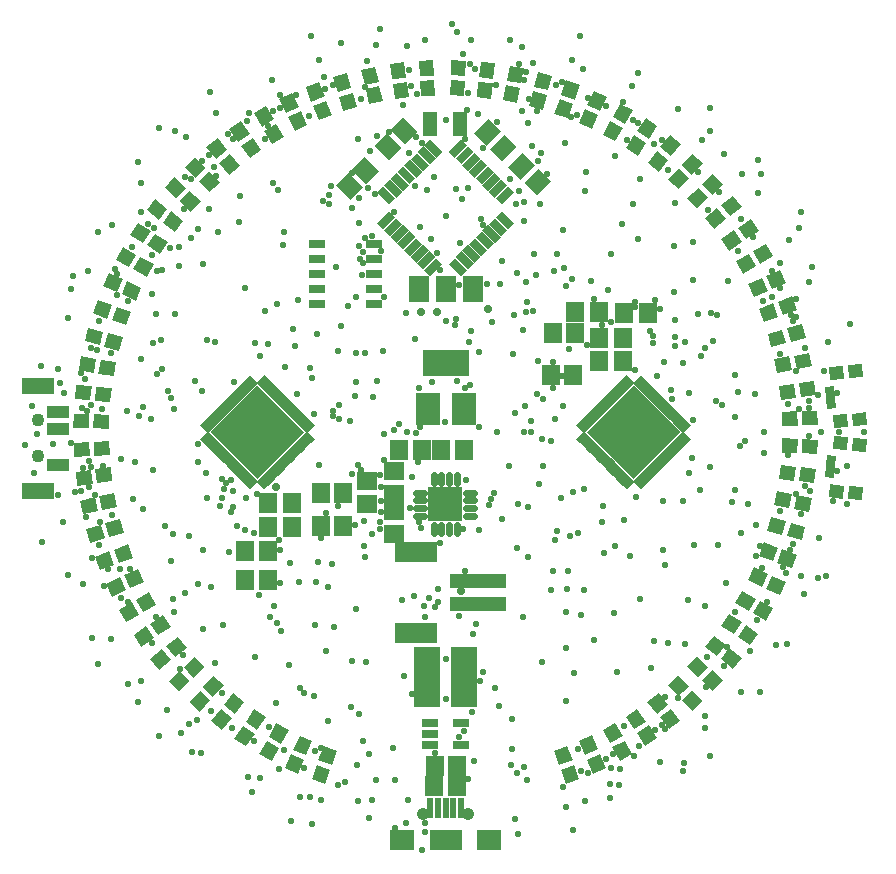
<source format=gbs>
G04 EAGLE Gerber RS-274X export*
G75*
%MOMM*%
%FSLAX34Y34*%
%LPD*%
%INBottom Solder Mask*%
%IPPOS*%
%AMOC8*
5,1,8,0,0,1.08239X$1,22.5*%
G01*
%ADD10R,5.603200X5.603200*%
%ADD11R,0.943200X0.423200*%
%ADD12R,1.303200X1.203200*%
%ADD13R,2.903200X2.903200*%
%ADD14C,0.553200*%
%ADD15C,0.803200*%
%ADD16R,2.203200X5.203200*%
%ADD17R,4.803200X1.203200*%
%ADD18R,3.603200X1.803200*%
%ADD19R,1.503200X1.703200*%
%ADD20R,1.703200X1.503200*%
%ADD21R,2.153200X2.703200*%
%ADD22R,1.403200X0.753200*%
%ADD23R,0.603200X1.653200*%
%ADD24C,1.053200*%
%ADD25R,2.000000X1.700000*%
%ADD26R,2.700000X1.700000*%
%ADD27R,1.701800X2.209800*%
%ADD28R,4.013200X2.209800*%
%ADD29R,1.473200X0.711200*%
%ADD30R,0.711200X1.473200*%
%ADD31R,1.203200X2.003200*%
%ADD32R,1.503200X1.803200*%
%ADD33C,1.103200*%
%ADD34R,1.903200X1.103200*%
%ADD35R,2.743200X1.473200*%
%ADD36R,1.203200X1.103200*%
%ADD37R,1.903200X0.753200*%
%ADD38C,0.555600*%
%ADD39C,0.728200*%


D10*
G36*
X-159280Y39620D02*
X-119660Y0D01*
X-159280Y-39620D01*
X-198900Y0D01*
X-159280Y39620D01*
G37*
D11*
G36*
X-130585Y25703D02*
X-137253Y19035D01*
X-140245Y22027D01*
X-133577Y28695D01*
X-130585Y25703D01*
G37*
G36*
X-127757Y22874D02*
X-134425Y16206D01*
X-137417Y19198D01*
X-130749Y25866D01*
X-127757Y22874D01*
G37*
G36*
X-124928Y20046D02*
X-131596Y13378D01*
X-134588Y16370D01*
X-127920Y23038D01*
X-124928Y20046D01*
G37*
G36*
X-122100Y17218D02*
X-128768Y10550D01*
X-131760Y13542D01*
X-125092Y20210D01*
X-122100Y17218D01*
G37*
G36*
X-119271Y14389D02*
X-125939Y7721D01*
X-128931Y10713D01*
X-122263Y17381D01*
X-119271Y14389D01*
G37*
G36*
X-116443Y11561D02*
X-123111Y4893D01*
X-126103Y7885D01*
X-119435Y14553D01*
X-116443Y11561D01*
G37*
G36*
X-113615Y8732D02*
X-120283Y2064D01*
X-123275Y5056D01*
X-116607Y11724D01*
X-113615Y8732D01*
G37*
G36*
X-110786Y5904D02*
X-117454Y-764D01*
X-120446Y2228D01*
X-113778Y8896D01*
X-110786Y5904D01*
G37*
G36*
X-133414Y28531D02*
X-140082Y21863D01*
X-143074Y24855D01*
X-136406Y31523D01*
X-133414Y28531D01*
G37*
G36*
X-136242Y31360D02*
X-142910Y24692D01*
X-145902Y27684D01*
X-139234Y34352D01*
X-136242Y31360D01*
G37*
G36*
X-139070Y34188D02*
X-145738Y27520D01*
X-148730Y30512D01*
X-142062Y37180D01*
X-139070Y34188D01*
G37*
G36*
X-141899Y37017D02*
X-148567Y30349D01*
X-151559Y33341D01*
X-144891Y40009D01*
X-141899Y37017D01*
G37*
G36*
X-144727Y39845D02*
X-151395Y33177D01*
X-154387Y36169D01*
X-147719Y42837D01*
X-144727Y39845D01*
G37*
G36*
X-147556Y42673D02*
X-154224Y36005D01*
X-157216Y38997D01*
X-150548Y45665D01*
X-147556Y42673D01*
G37*
G36*
X-150384Y45502D02*
X-157052Y38834D01*
X-160044Y41826D01*
X-153376Y48494D01*
X-150384Y45502D01*
G37*
G36*
X-178315Y-22027D02*
X-184983Y-28695D01*
X-187975Y-25703D01*
X-181307Y-19035D01*
X-178315Y-22027D01*
G37*
G36*
X-181143Y-19198D02*
X-187811Y-25866D01*
X-190803Y-22874D01*
X-184135Y-16206D01*
X-181143Y-19198D01*
G37*
G36*
X-183972Y-16370D02*
X-190640Y-23038D01*
X-193632Y-20046D01*
X-186964Y-13378D01*
X-183972Y-16370D01*
G37*
G36*
X-186800Y-13542D02*
X-193468Y-20210D01*
X-196460Y-17218D01*
X-189792Y-10550D01*
X-186800Y-13542D01*
G37*
G36*
X-189629Y-10713D02*
X-196297Y-17381D01*
X-199289Y-14389D01*
X-192621Y-7721D01*
X-189629Y-10713D01*
G37*
G36*
X-192457Y-7885D02*
X-199125Y-14553D01*
X-202117Y-11561D01*
X-195449Y-4893D01*
X-192457Y-7885D01*
G37*
G36*
X-195285Y-5056D02*
X-201953Y-11724D01*
X-204945Y-8732D01*
X-198277Y-2064D01*
X-195285Y-5056D01*
G37*
G36*
X-198114Y-2228D02*
X-204782Y-8896D01*
X-207774Y-5904D01*
X-201106Y764D01*
X-198114Y-2228D01*
G37*
G36*
X-175486Y-24855D02*
X-182154Y-31523D01*
X-185146Y-28531D01*
X-178478Y-21863D01*
X-175486Y-24855D01*
G37*
G36*
X-172658Y-27684D02*
X-179326Y-34352D01*
X-182318Y-31360D01*
X-175650Y-24692D01*
X-172658Y-27684D01*
G37*
G36*
X-169830Y-30512D02*
X-176498Y-37180D01*
X-179490Y-34188D01*
X-172822Y-27520D01*
X-169830Y-30512D01*
G37*
G36*
X-167001Y-33341D02*
X-173669Y-40009D01*
X-176661Y-37017D01*
X-169993Y-30349D01*
X-167001Y-33341D01*
G37*
G36*
X-164173Y-36169D02*
X-170841Y-42837D01*
X-173833Y-39845D01*
X-167165Y-33177D01*
X-164173Y-36169D01*
G37*
G36*
X-161344Y-38997D02*
X-168012Y-45665D01*
X-171004Y-42673D01*
X-164336Y-36005D01*
X-161344Y-38997D01*
G37*
G36*
X-158516Y-41826D02*
X-165184Y-48494D01*
X-168176Y-45502D01*
X-161508Y-38834D01*
X-158516Y-41826D01*
G37*
G36*
X-137253Y-19035D02*
X-130585Y-25703D01*
X-133577Y-28695D01*
X-140245Y-22027D01*
X-137253Y-19035D01*
G37*
G36*
X-140082Y-21863D02*
X-133414Y-28531D01*
X-136406Y-31523D01*
X-143074Y-24855D01*
X-140082Y-21863D01*
G37*
G36*
X-142910Y-24692D02*
X-136242Y-31360D01*
X-139234Y-34352D01*
X-145902Y-27684D01*
X-142910Y-24692D01*
G37*
G36*
X-145738Y-27520D02*
X-139070Y-34188D01*
X-142062Y-37180D01*
X-148730Y-30512D01*
X-145738Y-27520D01*
G37*
G36*
X-148567Y-30349D02*
X-141899Y-37017D01*
X-144891Y-40009D01*
X-151559Y-33341D01*
X-148567Y-30349D01*
G37*
G36*
X-151395Y-33177D02*
X-144727Y-39845D01*
X-147719Y-42837D01*
X-154387Y-36169D01*
X-151395Y-33177D01*
G37*
G36*
X-154224Y-36005D02*
X-147556Y-42673D01*
X-150548Y-45665D01*
X-157216Y-38997D01*
X-154224Y-36005D01*
G37*
G36*
X-157052Y-38834D02*
X-150384Y-45502D01*
X-153376Y-48494D01*
X-160044Y-41826D01*
X-157052Y-38834D01*
G37*
G36*
X-134425Y-16206D02*
X-127757Y-22874D01*
X-130749Y-25866D01*
X-137417Y-19198D01*
X-134425Y-16206D01*
G37*
G36*
X-131596Y-13378D02*
X-124928Y-20046D01*
X-127920Y-23038D01*
X-134588Y-16370D01*
X-131596Y-13378D01*
G37*
G36*
X-128768Y-10550D02*
X-122100Y-17218D01*
X-125092Y-20210D01*
X-131760Y-13542D01*
X-128768Y-10550D01*
G37*
G36*
X-125939Y-7721D02*
X-119271Y-14389D01*
X-122263Y-17381D01*
X-128931Y-10713D01*
X-125939Y-7721D01*
G37*
G36*
X-123111Y-4893D02*
X-116443Y-11561D01*
X-119435Y-14553D01*
X-126103Y-7885D01*
X-123111Y-4893D01*
G37*
G36*
X-120283Y-2064D02*
X-113615Y-8732D01*
X-116607Y-11724D01*
X-123275Y-5056D01*
X-120283Y-2064D01*
G37*
G36*
X-117454Y764D02*
X-110786Y-5904D01*
X-113778Y-8896D01*
X-120446Y-2228D01*
X-117454Y764D01*
G37*
G36*
X-184983Y28695D02*
X-178315Y22027D01*
X-181307Y19035D01*
X-187975Y25703D01*
X-184983Y28695D01*
G37*
G36*
X-182154Y31523D02*
X-175486Y24855D01*
X-178478Y21863D01*
X-185146Y28531D01*
X-182154Y31523D01*
G37*
G36*
X-179326Y34352D02*
X-172658Y27684D01*
X-175650Y24692D01*
X-182318Y31360D01*
X-179326Y34352D01*
G37*
G36*
X-176498Y37180D02*
X-169830Y30512D01*
X-172822Y27520D01*
X-179490Y34188D01*
X-176498Y37180D01*
G37*
G36*
X-173669Y40009D02*
X-167001Y33341D01*
X-169993Y30349D01*
X-176661Y37017D01*
X-173669Y40009D01*
G37*
G36*
X-170841Y42837D02*
X-164173Y36169D01*
X-167165Y33177D01*
X-173833Y39845D01*
X-170841Y42837D01*
G37*
G36*
X-168012Y45665D02*
X-161344Y38997D01*
X-164336Y36005D01*
X-171004Y42673D01*
X-168012Y45665D01*
G37*
G36*
X-165184Y48494D02*
X-158516Y41826D01*
X-161508Y38834D01*
X-168176Y45502D01*
X-165184Y48494D01*
G37*
G36*
X-187811Y25866D02*
X-181143Y19198D01*
X-184135Y16206D01*
X-190803Y22874D01*
X-187811Y25866D01*
G37*
G36*
X-190640Y23038D02*
X-183972Y16370D01*
X-186964Y13378D01*
X-193632Y20046D01*
X-190640Y23038D01*
G37*
G36*
X-193468Y20210D02*
X-186800Y13542D01*
X-189792Y10550D01*
X-196460Y17218D01*
X-193468Y20210D01*
G37*
G36*
X-196297Y17381D02*
X-189629Y10713D01*
X-192621Y7721D01*
X-199289Y14389D01*
X-196297Y17381D01*
G37*
G36*
X-199125Y14553D02*
X-192457Y7885D01*
X-195449Y4893D01*
X-202117Y11561D01*
X-199125Y14553D01*
G37*
G36*
X-201953Y11724D02*
X-195285Y5056D01*
X-198277Y2064D01*
X-204945Y8732D01*
X-201953Y11724D01*
G37*
G36*
X-204782Y8896D02*
X-198114Y2228D01*
X-201106Y-764D01*
X-207774Y5904D01*
X-204782Y8896D01*
G37*
D10*
G36*
X159280Y-39620D02*
X119660Y0D01*
X159280Y39620D01*
X198900Y0D01*
X159280Y-39620D01*
G37*
D11*
G36*
X130585Y-25703D02*
X137253Y-19035D01*
X140245Y-22027D01*
X133577Y-28695D01*
X130585Y-25703D01*
G37*
G36*
X127757Y-22874D02*
X134425Y-16206D01*
X137417Y-19198D01*
X130749Y-25866D01*
X127757Y-22874D01*
G37*
G36*
X124928Y-20046D02*
X131596Y-13378D01*
X134588Y-16370D01*
X127920Y-23038D01*
X124928Y-20046D01*
G37*
G36*
X122100Y-17218D02*
X128768Y-10550D01*
X131760Y-13542D01*
X125092Y-20210D01*
X122100Y-17218D01*
G37*
G36*
X119271Y-14389D02*
X125939Y-7721D01*
X128931Y-10713D01*
X122263Y-17381D01*
X119271Y-14389D01*
G37*
G36*
X116443Y-11561D02*
X123111Y-4893D01*
X126103Y-7885D01*
X119435Y-14553D01*
X116443Y-11561D01*
G37*
G36*
X113615Y-8732D02*
X120283Y-2064D01*
X123275Y-5056D01*
X116607Y-11724D01*
X113615Y-8732D01*
G37*
G36*
X110786Y-5904D02*
X117454Y764D01*
X120446Y-2228D01*
X113778Y-8896D01*
X110786Y-5904D01*
G37*
G36*
X133414Y-28531D02*
X140082Y-21863D01*
X143074Y-24855D01*
X136406Y-31523D01*
X133414Y-28531D01*
G37*
G36*
X136242Y-31360D02*
X142910Y-24692D01*
X145902Y-27684D01*
X139234Y-34352D01*
X136242Y-31360D01*
G37*
G36*
X139070Y-34188D02*
X145738Y-27520D01*
X148730Y-30512D01*
X142062Y-37180D01*
X139070Y-34188D01*
G37*
G36*
X141899Y-37017D02*
X148567Y-30349D01*
X151559Y-33341D01*
X144891Y-40009D01*
X141899Y-37017D01*
G37*
G36*
X144727Y-39845D02*
X151395Y-33177D01*
X154387Y-36169D01*
X147719Y-42837D01*
X144727Y-39845D01*
G37*
G36*
X147556Y-42673D02*
X154224Y-36005D01*
X157216Y-38997D01*
X150548Y-45665D01*
X147556Y-42673D01*
G37*
G36*
X150384Y-45502D02*
X157052Y-38834D01*
X160044Y-41826D01*
X153376Y-48494D01*
X150384Y-45502D01*
G37*
G36*
X178315Y22027D02*
X184983Y28695D01*
X187975Y25703D01*
X181307Y19035D01*
X178315Y22027D01*
G37*
G36*
X181143Y19198D02*
X187811Y25866D01*
X190803Y22874D01*
X184135Y16206D01*
X181143Y19198D01*
G37*
G36*
X183972Y16370D02*
X190640Y23038D01*
X193632Y20046D01*
X186964Y13378D01*
X183972Y16370D01*
G37*
G36*
X186800Y13542D02*
X193468Y20210D01*
X196460Y17218D01*
X189792Y10550D01*
X186800Y13542D01*
G37*
G36*
X189629Y10713D02*
X196297Y17381D01*
X199289Y14389D01*
X192621Y7721D01*
X189629Y10713D01*
G37*
G36*
X192457Y7885D02*
X199125Y14553D01*
X202117Y11561D01*
X195449Y4893D01*
X192457Y7885D01*
G37*
G36*
X195285Y5056D02*
X201953Y11724D01*
X204945Y8732D01*
X198277Y2064D01*
X195285Y5056D01*
G37*
G36*
X198114Y2228D02*
X204782Y8896D01*
X207774Y5904D01*
X201106Y-764D01*
X198114Y2228D01*
G37*
G36*
X175486Y24855D02*
X182154Y31523D01*
X185146Y28531D01*
X178478Y21863D01*
X175486Y24855D01*
G37*
G36*
X172658Y27684D02*
X179326Y34352D01*
X182318Y31360D01*
X175650Y24692D01*
X172658Y27684D01*
G37*
G36*
X169830Y30512D02*
X176498Y37180D01*
X179490Y34188D01*
X172822Y27520D01*
X169830Y30512D01*
G37*
G36*
X167001Y33341D02*
X173669Y40009D01*
X176661Y37017D01*
X169993Y30349D01*
X167001Y33341D01*
G37*
G36*
X164173Y36169D02*
X170841Y42837D01*
X173833Y39845D01*
X167165Y33177D01*
X164173Y36169D01*
G37*
G36*
X161344Y38997D02*
X168012Y45665D01*
X171004Y42673D01*
X164336Y36005D01*
X161344Y38997D01*
G37*
G36*
X158516Y41826D02*
X165184Y48494D01*
X168176Y45502D01*
X161508Y38834D01*
X158516Y41826D01*
G37*
G36*
X137253Y19035D02*
X130585Y25703D01*
X133577Y28695D01*
X140245Y22027D01*
X137253Y19035D01*
G37*
G36*
X140082Y21863D02*
X133414Y28531D01*
X136406Y31523D01*
X143074Y24855D01*
X140082Y21863D01*
G37*
G36*
X142910Y24692D02*
X136242Y31360D01*
X139234Y34352D01*
X145902Y27684D01*
X142910Y24692D01*
G37*
G36*
X145738Y27520D02*
X139070Y34188D01*
X142062Y37180D01*
X148730Y30512D01*
X145738Y27520D01*
G37*
G36*
X148567Y30349D02*
X141899Y37017D01*
X144891Y40009D01*
X151559Y33341D01*
X148567Y30349D01*
G37*
G36*
X151395Y33177D02*
X144727Y39845D01*
X147719Y42837D01*
X154387Y36169D01*
X151395Y33177D01*
G37*
G36*
X154224Y36005D02*
X147556Y42673D01*
X150548Y45665D01*
X157216Y38997D01*
X154224Y36005D01*
G37*
G36*
X157052Y38834D02*
X150384Y45502D01*
X153376Y48494D01*
X160044Y41826D01*
X157052Y38834D01*
G37*
G36*
X134425Y16206D02*
X127757Y22874D01*
X130749Y25866D01*
X137417Y19198D01*
X134425Y16206D01*
G37*
G36*
X131596Y13378D02*
X124928Y20046D01*
X127920Y23038D01*
X134588Y16370D01*
X131596Y13378D01*
G37*
G36*
X128768Y10550D02*
X122100Y17218D01*
X125092Y20210D01*
X131760Y13542D01*
X128768Y10550D01*
G37*
G36*
X125939Y7721D02*
X119271Y14389D01*
X122263Y17381D01*
X128931Y10713D01*
X125939Y7721D01*
G37*
G36*
X123111Y4893D02*
X116443Y11561D01*
X119435Y14553D01*
X126103Y7885D01*
X123111Y4893D01*
G37*
G36*
X120283Y2064D02*
X113615Y8732D01*
X116607Y11724D01*
X123275Y5056D01*
X120283Y2064D01*
G37*
G36*
X117454Y-764D02*
X110786Y5904D01*
X113778Y8896D01*
X120446Y2228D01*
X117454Y-764D01*
G37*
G36*
X184983Y-28695D02*
X178315Y-22027D01*
X181307Y-19035D01*
X187975Y-25703D01*
X184983Y-28695D01*
G37*
G36*
X182154Y-31523D02*
X175486Y-24855D01*
X178478Y-21863D01*
X185146Y-28531D01*
X182154Y-31523D01*
G37*
G36*
X179326Y-34352D02*
X172658Y-27684D01*
X175650Y-24692D01*
X182318Y-31360D01*
X179326Y-34352D01*
G37*
G36*
X176498Y-37180D02*
X169830Y-30512D01*
X172822Y-27520D01*
X179490Y-34188D01*
X176498Y-37180D01*
G37*
G36*
X173669Y-40009D02*
X167001Y-33341D01*
X169993Y-30349D01*
X176661Y-37017D01*
X173669Y-40009D01*
G37*
G36*
X170841Y-42837D02*
X164173Y-36169D01*
X167165Y-33177D01*
X173833Y-39845D01*
X170841Y-42837D01*
G37*
G36*
X168012Y-45665D02*
X161344Y-38997D01*
X164336Y-36005D01*
X171004Y-42673D01*
X168012Y-45665D01*
G37*
G36*
X165184Y-48494D02*
X158516Y-41826D01*
X161508Y-38834D01*
X168176Y-45502D01*
X165184Y-48494D01*
G37*
G36*
X187811Y-25866D02*
X181143Y-19198D01*
X184135Y-16206D01*
X190803Y-22874D01*
X187811Y-25866D01*
G37*
G36*
X190640Y-23038D02*
X183972Y-16370D01*
X186964Y-13378D01*
X193632Y-20046D01*
X190640Y-23038D01*
G37*
G36*
X193468Y-20210D02*
X186800Y-13542D01*
X189792Y-10550D01*
X196460Y-17218D01*
X193468Y-20210D01*
G37*
G36*
X196297Y-17381D02*
X189629Y-10713D01*
X192621Y-7721D01*
X199289Y-14389D01*
X196297Y-17381D01*
G37*
G36*
X199125Y-14553D02*
X192457Y-7885D01*
X195449Y-4893D01*
X202117Y-11561D01*
X199125Y-14553D01*
G37*
G36*
X201953Y-11724D02*
X195285Y-5056D01*
X198277Y-2064D01*
X204945Y-8732D01*
X201953Y-11724D01*
G37*
G36*
X204782Y-8896D02*
X198114Y-2228D01*
X201106Y764D01*
X207774Y-5904D01*
X204782Y-8896D01*
G37*
D12*
G36*
X-9590Y297922D02*
X-8908Y284909D01*
X-20922Y284280D01*
X-21604Y297293D01*
X-9590Y297922D01*
G37*
G36*
X-10480Y314898D02*
X-9798Y301885D01*
X-21812Y301256D01*
X-22494Y314269D01*
X-10480Y314898D01*
G37*
G36*
X-32860Y296261D02*
X-31159Y283341D01*
X-43088Y281771D01*
X-44789Y294691D01*
X-32860Y296261D01*
G37*
G36*
X-35079Y313116D02*
X-33378Y300196D01*
X-45307Y298626D01*
X-47008Y311546D01*
X-35079Y313116D01*
G37*
G36*
X-55931Y292785D02*
X-53221Y280039D01*
X-64989Y277537D01*
X-67699Y290283D01*
X-55931Y292785D01*
G37*
G36*
X-59465Y309414D02*
X-56755Y296668D01*
X-68523Y294166D01*
X-71233Y306912D01*
X-59465Y309414D01*
G37*
G36*
X-78659Y287504D02*
X-74980Y275003D01*
X-86521Y271606D01*
X-90200Y284107D01*
X-78659Y287504D01*
G37*
G36*
X-83458Y303813D02*
X-79779Y291312D01*
X-91320Y287915D01*
X-94999Y300416D01*
X-83458Y303813D01*
G37*
G36*
X-100904Y280473D02*
X-96255Y268299D01*
X-107494Y264007D01*
X-112143Y276181D01*
X-100904Y280473D01*
G37*
G36*
X-106968Y296355D02*
X-102319Y284181D01*
X-113558Y279889D01*
X-118207Y292063D01*
X-106968Y296355D01*
G37*
G36*
X-122531Y271724D02*
X-116941Y259953D01*
X-127809Y254792D01*
X-133399Y266563D01*
X-122531Y271724D01*
G37*
G36*
X-129823Y287081D02*
X-124233Y275310D01*
X-135101Y270149D01*
X-140691Y281920D01*
X-129823Y287081D01*
G37*
G36*
X-143407Y261310D02*
X-136911Y250014D01*
X-147341Y244016D01*
X-153837Y255312D01*
X-143407Y261310D01*
G37*
G36*
X-151881Y276047D02*
X-145385Y264751D01*
X-155815Y258753D01*
X-162311Y270049D01*
X-151881Y276047D01*
G37*
G36*
X-163406Y249296D02*
X-156043Y238544D01*
X-165970Y231746D01*
X-173333Y242498D01*
X-163406Y249296D01*
G37*
G36*
X-173010Y263323D02*
X-165647Y252571D01*
X-175574Y245773D01*
X-182937Y256525D01*
X-173010Y263323D01*
G37*
G36*
X-182400Y235743D02*
X-174234Y225588D01*
X-183610Y218049D01*
X-191776Y228204D01*
X-182400Y235743D01*
G37*
G36*
X-193052Y248991D02*
X-184886Y238836D01*
X-194262Y231297D01*
X-202428Y241452D01*
X-193052Y248991D01*
G37*
G36*
X-200278Y220757D02*
X-191341Y211273D01*
X-200098Y203021D01*
X-209035Y212505D01*
X-200278Y220757D01*
G37*
G36*
X-211937Y233129D02*
X-203000Y223645D01*
X-211757Y215393D01*
X-220694Y224877D01*
X-211937Y233129D01*
G37*
G36*
X-216936Y204428D02*
X-207267Y195691D01*
X-215334Y186764D01*
X-225003Y195501D01*
X-216936Y204428D01*
G37*
G36*
X-229550Y215825D02*
X-219881Y207088D01*
X-227948Y198161D01*
X-237617Y206898D01*
X-229550Y215825D01*
G37*
G36*
X-232261Y186836D02*
X-221937Y178884D01*
X-229279Y169352D01*
X-239603Y177304D01*
X-232261Y186836D01*
G37*
G36*
X-245730Y197209D02*
X-235406Y189257D01*
X-242748Y179725D01*
X-253072Y187677D01*
X-245730Y197209D01*
G37*
G36*
X-246164Y168100D02*
X-235248Y160983D01*
X-241818Y150904D01*
X-252734Y158021D01*
X-246164Y168100D01*
G37*
G36*
X-260405Y177384D02*
X-249489Y170267D01*
X-256059Y160188D01*
X-266975Y167305D01*
X-260405Y177384D01*
G37*
G36*
X-258550Y148326D02*
X-247120Y142067D01*
X-252898Y131514D01*
X-264328Y137773D01*
X-258550Y148326D01*
G37*
G36*
X-273462Y156489D02*
X-262032Y150230D01*
X-267810Y139677D01*
X-279240Y145936D01*
X-273462Y156489D01*
G37*
G36*
X-269360Y127651D02*
X-257474Y122309D01*
X-262406Y111335D01*
X-274292Y116677D01*
X-269360Y127651D01*
G37*
G36*
X-284866Y134619D02*
X-272980Y129277D01*
X-277912Y118303D01*
X-289798Y123645D01*
X-284866Y134619D01*
G37*
G36*
X-278519Y106194D02*
X-266251Y101801D01*
X-270307Y90474D01*
X-282575Y94867D01*
X-278519Y106194D01*
G37*
G36*
X-294524Y111924D02*
X-282256Y107531D01*
X-286312Y96204D01*
X-298580Y100597D01*
X-294524Y111924D01*
G37*
G36*
X-285973Y84085D02*
X-273398Y80669D01*
X-276553Y69059D01*
X-289128Y72475D01*
X-285973Y84085D01*
G37*
G36*
X-302378Y88543D02*
X-289803Y85127D01*
X-292958Y73517D01*
X-305533Y76933D01*
X-302378Y88543D01*
G37*
G36*
X-291675Y61463D02*
X-278871Y59043D01*
X-281105Y47221D01*
X-293909Y49641D01*
X-291675Y61463D01*
G37*
G36*
X-308379Y64620D02*
X-295575Y62200D01*
X-297809Y50378D01*
X-310613Y52798D01*
X-308379Y64620D01*
G37*
G36*
X-295591Y38463D02*
X-282636Y37056D01*
X-283935Y25095D01*
X-296890Y26502D01*
X-295591Y38463D01*
G37*
G36*
X-312491Y40299D02*
X-299536Y38892D01*
X-300835Y26931D01*
X-313790Y28338D01*
X-312491Y40299D01*
G37*
G36*
X-297684Y15224D02*
X-284660Y14815D01*
X-285038Y2790D01*
X-298062Y3199D01*
X-297684Y15224D01*
G37*
G36*
X-314675Y15758D02*
X-301651Y15349D01*
X-302029Y3324D01*
X-315053Y3733D01*
X-314675Y15758D01*
G37*
G36*
X-297965Y-8104D02*
X-284948Y-7490D01*
X-284381Y-19508D01*
X-297398Y-20122D01*
X-297965Y-8104D01*
G37*
G36*
X-314946Y-8905D02*
X-301929Y-8291D01*
X-301362Y-20309D01*
X-314379Y-20923D01*
X-314946Y-8905D01*
G37*
G36*
X-296419Y-31384D02*
X-283491Y-29750D01*
X-281983Y-41686D01*
X-294911Y-43320D01*
X-296419Y-31384D01*
G37*
G36*
X-313285Y-33514D02*
X-300357Y-31880D01*
X-298849Y-43816D01*
X-311777Y-45450D01*
X-313285Y-33514D01*
G37*
G36*
X-293059Y-54470D02*
X-280299Y-51827D01*
X-277859Y-63608D01*
X-290619Y-66251D01*
X-293059Y-54470D01*
G37*
G36*
X-309705Y-57918D02*
X-296945Y-55275D01*
X-294505Y-67056D01*
X-307265Y-69699D01*
X-309705Y-57918D01*
G37*
G36*
X-287902Y-77223D02*
X-275389Y-73587D01*
X-272032Y-85141D01*
X-284545Y-88777D01*
X-287902Y-77223D01*
G37*
G36*
X-304227Y-81966D02*
X-291714Y-78330D01*
X-288357Y-89884D01*
X-300870Y-93520D01*
X-304227Y-81966D01*
G37*
G36*
X-280982Y-99504D02*
X-268793Y-94898D01*
X-264540Y-106152D01*
X-276729Y-110758D01*
X-280982Y-99504D01*
G37*
G36*
X-296885Y-105513D02*
X-284696Y-100907D01*
X-280443Y-112161D01*
X-292632Y-116767D01*
X-296885Y-105513D01*
G37*
G36*
X-272330Y-121174D02*
X-260530Y-115646D01*
X-255426Y-126540D01*
X-267226Y-132068D01*
X-272330Y-121174D01*
G37*
G36*
X-287725Y-128386D02*
X-275925Y-122858D01*
X-270821Y-133752D01*
X-282621Y-139280D01*
X-287725Y-128386D01*
G37*
G36*
X-262021Y-142102D02*
X-250690Y-135665D01*
X-244747Y-146126D01*
X-256078Y-152563D01*
X-262021Y-142102D01*
G37*
G36*
X-276802Y-150499D02*
X-265471Y-144062D01*
X-259528Y-154523D01*
X-270859Y-160960D01*
X-276802Y-150499D01*
G37*
G36*
X-250106Y-162160D02*
X-239316Y-154854D01*
X-232570Y-164816D01*
X-243360Y-172122D01*
X-250106Y-162160D01*
G37*
G36*
X-264183Y-171691D02*
X-253393Y-164385D01*
X-246647Y-174347D01*
X-257437Y-181653D01*
X-264183Y-171691D01*
G37*
G36*
X-236658Y-181225D02*
X-226474Y-173095D01*
X-218968Y-182497D01*
X-229152Y-190627D01*
X-236658Y-181225D01*
G37*
G36*
X-249944Y-191831D02*
X-239760Y-183701D01*
X-232254Y-193103D01*
X-242438Y-201233D01*
X-249944Y-191831D01*
G37*
G36*
X-221761Y-199179D02*
X-212246Y-190276D01*
X-204025Y-199061D01*
X-213540Y-207964D01*
X-221761Y-199179D01*
G37*
G36*
X-234174Y-210794D02*
X-224659Y-201891D01*
X-216438Y-210676D01*
X-225953Y-219579D01*
X-234174Y-210794D01*
G37*
G36*
X-205496Y-215908D02*
X-196692Y-206301D01*
X-187822Y-214430D01*
X-196626Y-224037D01*
X-205496Y-215908D01*
G37*
G36*
X-216981Y-228442D02*
X-208177Y-218835D01*
X-199307Y-226964D01*
X-208111Y-236571D01*
X-216981Y-228442D01*
G37*
G36*
X-187981Y-231319D02*
X-179958Y-221051D01*
X-170477Y-228459D01*
X-178500Y-238727D01*
X-187981Y-231319D01*
G37*
G36*
X-198448Y-244715D02*
X-190425Y-234447D01*
X-180944Y-241855D01*
X-188967Y-252123D01*
X-198448Y-244715D01*
G37*
G36*
X-169316Y-245315D02*
X-162123Y-234448D01*
X-152090Y-241089D01*
X-159283Y-251956D01*
X-169316Y-245315D01*
G37*
G36*
X-178698Y-259491D02*
X-171505Y-248624D01*
X-161472Y-255265D01*
X-168665Y-266132D01*
X-178698Y-259491D01*
G37*
G36*
X-149611Y-257806D02*
X-143293Y-246409D01*
X-132771Y-252242D01*
X-139089Y-263639D01*
X-149611Y-257806D01*
G37*
G36*
X-157853Y-272675D02*
X-151535Y-261278D01*
X-141013Y-267111D01*
X-147331Y-278508D01*
X-157853Y-272675D01*
G37*
G36*
X-128991Y-268719D02*
X-123587Y-256861D01*
X-112639Y-261851D01*
X-118043Y-273709D01*
X-128991Y-268719D01*
G37*
G36*
X-136041Y-284188D02*
X-130637Y-272330D01*
X-119689Y-277320D01*
X-125093Y-289178D01*
X-136041Y-284188D01*
G37*
G36*
X-107580Y-277985D02*
X-103123Y-265740D01*
X-91818Y-269855D01*
X-96275Y-282100D01*
X-107580Y-277985D01*
G37*
G36*
X-113394Y-293960D02*
X-108937Y-281715D01*
X-97632Y-285830D01*
X-102089Y-298075D01*
X-113394Y-293960D01*
G37*
G36*
X96275Y-282100D02*
X91818Y-269855D01*
X103123Y-265740D01*
X107580Y-277985D01*
X96275Y-282100D01*
G37*
G36*
X102089Y-298075D02*
X97632Y-285830D01*
X108937Y-281715D01*
X113394Y-293960D01*
X102089Y-298075D01*
G37*
G36*
X118179Y-273647D02*
X112775Y-261789D01*
X123723Y-256799D01*
X129127Y-268657D01*
X118179Y-273647D01*
G37*
G36*
X125229Y-289116D02*
X119825Y-277258D01*
X130773Y-272268D01*
X136177Y-284126D01*
X125229Y-289116D01*
G37*
G36*
X139351Y-263494D02*
X133033Y-252097D01*
X143555Y-246264D01*
X149873Y-257661D01*
X139351Y-263494D01*
G37*
G36*
X147593Y-278363D02*
X141275Y-266966D01*
X151797Y-261133D01*
X158115Y-272530D01*
X147593Y-278363D01*
G37*
G36*
X159660Y-251718D02*
X152448Y-240864D01*
X162468Y-234206D01*
X169680Y-245060D01*
X159660Y-251718D01*
G37*
G36*
X169068Y-265878D02*
X161856Y-255024D01*
X171876Y-248366D01*
X179088Y-259220D01*
X169068Y-265878D01*
G37*
G36*
X178976Y-238369D02*
X170935Y-228115D01*
X180402Y-220691D01*
X188443Y-230945D01*
X178976Y-238369D01*
G37*
G36*
X189466Y-251747D02*
X181425Y-241493D01*
X190892Y-234069D01*
X198933Y-244323D01*
X189466Y-251747D01*
G37*
G36*
X197177Y-223531D02*
X188373Y-213924D01*
X197243Y-205795D01*
X206047Y-215402D01*
X197177Y-223531D01*
G37*
G36*
X208662Y-236065D02*
X199858Y-226458D01*
X208728Y-218329D01*
X217532Y-227936D01*
X208662Y-236065D01*
G37*
G36*
X214163Y-207327D02*
X204617Y-198457D01*
X212807Y-189643D01*
X222353Y-198513D01*
X214163Y-207327D01*
G37*
G36*
X226617Y-218899D02*
X217071Y-210029D01*
X225261Y-201215D01*
X234807Y-210085D01*
X226617Y-218899D01*
G37*
G36*
X229816Y-189827D02*
X219604Y-181732D01*
X227078Y-172303D01*
X237290Y-180398D01*
X229816Y-189827D01*
G37*
G36*
X243138Y-200386D02*
X232926Y-192291D01*
X240400Y-182862D01*
X250612Y-190957D01*
X243138Y-200386D01*
G37*
G36*
X244042Y-171148D02*
X233227Y-163880D01*
X239938Y-153894D01*
X250753Y-161162D01*
X244042Y-171148D01*
G37*
G36*
X258153Y-180629D02*
X247338Y-173361D01*
X254049Y-163375D01*
X264864Y-170643D01*
X258153Y-180629D01*
G37*
G36*
X256755Y-151407D02*
X245402Y-145010D01*
X251309Y-134529D01*
X262662Y-140926D01*
X256755Y-151407D01*
G37*
G36*
X271566Y-159752D02*
X260213Y-153355D01*
X266120Y-142874D01*
X277473Y-149271D01*
X271566Y-159752D01*
G37*
G36*
X267875Y-130728D02*
X256055Y-125241D01*
X261121Y-114328D01*
X272941Y-119815D01*
X267875Y-130728D01*
G37*
G36*
X283294Y-137886D02*
X271474Y-132399D01*
X276540Y-121486D01*
X288360Y-126973D01*
X283294Y-137886D01*
G37*
G36*
X277341Y-109244D02*
X265119Y-104723D01*
X269293Y-93440D01*
X281515Y-97961D01*
X277341Y-109244D01*
G37*
G36*
X293285Y-115142D02*
X281063Y-110621D01*
X285237Y-99338D01*
X297459Y-103859D01*
X293285Y-115142D01*
G37*
G36*
X285077Y-87076D02*
X272539Y-83528D01*
X275815Y-71952D01*
X288353Y-75500D01*
X285077Y-87076D01*
G37*
G36*
X301435Y-91704D02*
X288897Y-88156D01*
X292173Y-76580D01*
X304711Y-80128D01*
X301435Y-91704D01*
G37*
G36*
X291045Y-64368D02*
X278267Y-61814D01*
X280625Y-50016D01*
X293403Y-52570D01*
X291045Y-64368D01*
G37*
G36*
X307715Y-67699D02*
X294937Y-65145D01*
X297295Y-53347D01*
X310073Y-55901D01*
X307715Y-67699D01*
G37*
G36*
X295206Y-41260D02*
X282267Y-39717D01*
X283692Y-27770D01*
X296631Y-29313D01*
X295206Y-41260D01*
G37*
G36*
X312087Y-43273D02*
X299148Y-41730D01*
X300573Y-29783D01*
X313512Y-31326D01*
X312087Y-43273D01*
G37*
G36*
X297537Y-17896D02*
X284516Y-17373D01*
X284999Y-5352D01*
X298020Y-5875D01*
X297537Y-17896D01*
G37*
G36*
X314523Y-18578D02*
X301502Y-18055D01*
X301985Y-6034D01*
X315006Y-6557D01*
X314523Y-18578D01*
G37*
G36*
X298021Y5579D02*
X284999Y5079D01*
X284537Y17101D01*
X297559Y17601D01*
X298021Y5579D01*
G37*
G36*
X315009Y6231D02*
X301987Y5731D01*
X301525Y17753D01*
X314547Y18253D01*
X315009Y6231D01*
G37*
G36*
X296667Y29016D02*
X283728Y27473D01*
X282303Y39420D01*
X295242Y40963D01*
X296667Y29016D01*
G37*
G36*
X313547Y31028D02*
X300608Y29485D01*
X299183Y41432D01*
X312122Y42975D01*
X313547Y31028D01*
G37*
G36*
X293450Y52278D02*
X280667Y49746D01*
X278330Y61548D01*
X291113Y64080D01*
X293450Y52278D01*
G37*
G36*
X310126Y55580D02*
X297343Y53048D01*
X295006Y64850D01*
X307789Y67382D01*
X310126Y55580D01*
G37*
G36*
X288423Y75212D02*
X275879Y71686D01*
X272623Y83268D01*
X285167Y86794D01*
X288423Y75212D01*
G37*
G36*
X304789Y79812D02*
X292245Y76286D01*
X288989Y87868D01*
X301533Y91394D01*
X304789Y79812D01*
G37*
G36*
X281619Y97681D02*
X269397Y93160D01*
X265223Y104443D01*
X277445Y108964D01*
X281619Y97681D01*
G37*
G36*
X297563Y103578D02*
X285341Y99057D01*
X281167Y110340D01*
X293389Y114861D01*
X297563Y103578D01*
G37*
G36*
X273055Y119542D02*
X261226Y114076D01*
X256179Y124998D01*
X268008Y130464D01*
X273055Y119542D01*
G37*
G36*
X288487Y126673D02*
X276658Y121207D01*
X271611Y132129D01*
X283440Y137595D01*
X288487Y126673D01*
G37*
G36*
X262809Y140665D02*
X251456Y134268D01*
X245549Y144749D01*
X256902Y151146D01*
X262809Y140665D01*
G37*
G36*
X277620Y149011D02*
X266267Y142614D01*
X260360Y153095D01*
X271713Y159492D01*
X277620Y149011D01*
G37*
G36*
X250910Y160910D02*
X240081Y153660D01*
X233388Y163658D01*
X244217Y170908D01*
X250910Y160910D01*
G37*
G36*
X265036Y170367D02*
X254207Y163117D01*
X247514Y173115D01*
X258343Y180365D01*
X265036Y170367D01*
G37*
G36*
X237465Y180160D02*
X227238Y172083D01*
X219781Y181524D01*
X230008Y189601D01*
X237465Y180160D01*
G37*
G36*
X250806Y190696D02*
X240579Y182619D01*
X233122Y192060D01*
X243349Y200137D01*
X250806Y190696D01*
G37*
G36*
X222557Y198294D02*
X213011Y189424D01*
X204821Y198238D01*
X214367Y207108D01*
X222557Y198294D01*
G37*
G36*
X235010Y209866D02*
X225464Y200996D01*
X217274Y209810D01*
X226820Y218680D01*
X235010Y209866D01*
G37*
G36*
X206257Y215195D02*
X197436Y205603D01*
X188581Y213747D01*
X197402Y223339D01*
X206257Y215195D01*
G37*
G36*
X217764Y227709D02*
X208943Y218117D01*
X200088Y226261D01*
X208909Y235853D01*
X217764Y227709D01*
G37*
G36*
X188679Y230760D02*
X180638Y220506D01*
X171171Y227930D01*
X179212Y238184D01*
X188679Y230760D01*
G37*
G36*
X199168Y244138D02*
X191127Y233884D01*
X181660Y241308D01*
X189701Y251562D01*
X199168Y244138D01*
G37*
G36*
X169930Y244895D02*
X162718Y234041D01*
X152698Y240699D01*
X159910Y251553D01*
X169930Y244895D01*
G37*
G36*
X179337Y259054D02*
X172125Y248200D01*
X162105Y254858D01*
X169317Y265712D01*
X179337Y259054D01*
G37*
G36*
X150126Y257508D02*
X143788Y246122D01*
X133276Y251974D01*
X139614Y263360D01*
X150126Y257508D01*
G37*
G36*
X158394Y272362D02*
X152056Y260976D01*
X141544Y266828D01*
X147882Y278214D01*
X158394Y272362D01*
G37*
G36*
X129392Y268525D02*
X123967Y256677D01*
X113028Y261685D01*
X118453Y273533D01*
X129392Y268525D01*
G37*
G36*
X136469Y283982D02*
X131044Y272134D01*
X120105Y277142D01*
X125530Y288990D01*
X136469Y283982D01*
G37*
G36*
X107861Y277883D02*
X103404Y265638D01*
X92099Y269753D01*
X96556Y281998D01*
X107861Y277883D01*
G37*
G36*
X113675Y293858D02*
X109218Y281613D01*
X97913Y285728D01*
X102370Y297973D01*
X113675Y293858D01*
G37*
G36*
X85648Y285500D02*
X82144Y272949D01*
X70556Y276184D01*
X74060Y288735D01*
X85648Y285500D01*
G37*
G36*
X90220Y301874D02*
X86716Y289323D01*
X75128Y292558D01*
X78632Y305109D01*
X90220Y301874D01*
G37*
G36*
X62916Y291364D02*
X60430Y278572D01*
X48620Y280868D01*
X51106Y293660D01*
X62916Y291364D01*
G37*
G36*
X66159Y308051D02*
X63673Y295259D01*
X51863Y297555D01*
X54349Y310347D01*
X66159Y308051D01*
G37*
G36*
X39787Y295411D02*
X38312Y282463D01*
X26359Y283825D01*
X27834Y296773D01*
X39787Y295411D01*
G37*
G36*
X41712Y312301D02*
X40237Y299353D01*
X28284Y300715D01*
X29759Y313663D01*
X41712Y312301D01*
G37*
G36*
X16412Y297624D02*
X15957Y284601D01*
X3934Y285020D01*
X4389Y298043D01*
X16412Y297624D01*
G37*
G36*
X17006Y314614D02*
X16551Y301591D01*
X4528Y302010D01*
X4983Y315033D01*
X17006Y314614D01*
G37*
D13*
X-400Y-60900D03*
D14*
X17100Y-51150D02*
X24100Y-51150D01*
X24100Y-57650D02*
X17100Y-57650D01*
X17100Y-64150D02*
X24100Y-64150D01*
X24100Y-70650D02*
X17100Y-70650D01*
X9350Y-78400D02*
X9350Y-85400D01*
X2850Y-85400D02*
X2850Y-78400D01*
X-3650Y-78400D02*
X-3650Y-85400D01*
X-10150Y-85400D02*
X-10150Y-78400D01*
X-17900Y-70650D02*
X-24900Y-70650D01*
X-24900Y-64150D02*
X-17900Y-64150D01*
X-17900Y-57650D02*
X-24900Y-57650D01*
X-24900Y-51150D02*
X-17900Y-51150D01*
X-10150Y-43400D02*
X-10150Y-36400D01*
X-3650Y-36400D02*
X-3650Y-43400D01*
X2850Y-43400D02*
X2850Y-36400D01*
X9350Y-36400D02*
X9350Y-43400D01*
D15*
X-400Y-60900D03*
X8600Y-51900D03*
X-9400Y-51900D03*
X-9400Y-69900D03*
X8600Y-69900D03*
D16*
X-16000Y-207600D03*
X16000Y-207600D03*
D17*
X27400Y-125800D03*
X27400Y-145800D03*
D18*
X-24600Y-101800D03*
X-24600Y-169800D03*
D19*
X-3500Y-15200D03*
X15500Y-15200D03*
X-39100Y-15300D03*
X-20100Y-15300D03*
D20*
X-44000Y-33300D03*
X-44000Y-52300D03*
X-44000Y-66900D03*
X-44000Y-85900D03*
D21*
X15250Y20000D03*
X-15250Y20000D03*
D22*
X-13001Y-265100D03*
X-13001Y-255600D03*
X-13001Y-246100D03*
X13001Y-246100D03*
X13001Y-265100D03*
D19*
X9500Y-299372D03*
X-9500Y-299372D03*
X9900Y-282800D03*
X-9100Y-282800D03*
D23*
X0Y-318350D03*
X6500Y-318350D03*
X13000Y-318350D03*
X-6500Y-318350D03*
X-13000Y-318350D03*
D24*
X19000Y-323600D03*
X-19000Y-323600D03*
D25*
X36840Y-345600D03*
X-36840Y-345600D03*
D26*
X0Y-345600D03*
D27*
X-22606Y121496D03*
X254Y121496D03*
X23114Y121496D03*
D28*
X0Y58504D03*
D29*
G36*
X-47458Y192831D02*
X-57875Y203248D01*
X-52846Y208277D01*
X-42429Y197860D01*
X-47458Y192831D01*
G37*
G36*
X-41801Y198488D02*
X-52218Y208905D01*
X-47189Y213934D01*
X-36772Y203517D01*
X-41801Y198488D01*
G37*
G36*
X-36145Y204145D02*
X-46562Y214562D01*
X-41533Y219591D01*
X-31116Y209174D01*
X-36145Y204145D01*
G37*
G36*
X-30488Y209802D02*
X-40905Y220219D01*
X-35876Y225248D01*
X-25459Y214831D01*
X-30488Y209802D01*
G37*
G36*
X-24831Y215459D02*
X-35248Y225876D01*
X-30219Y230905D01*
X-19802Y220488D01*
X-24831Y215459D01*
G37*
G36*
X-19174Y221116D02*
X-29591Y231533D01*
X-24562Y236562D01*
X-14145Y226145D01*
X-19174Y221116D01*
G37*
G36*
X-13517Y226772D02*
X-23934Y237189D01*
X-18905Y242218D01*
X-8488Y231801D01*
X-13517Y226772D01*
G37*
G36*
X-7860Y232429D02*
X-18277Y242846D01*
X-13248Y247875D01*
X-2831Y237458D01*
X-7860Y232429D01*
G37*
D30*
G36*
X7860Y232429D02*
X2831Y237458D01*
X13248Y247875D01*
X18277Y242846D01*
X7860Y232429D01*
G37*
G36*
X13517Y226772D02*
X8488Y231801D01*
X18905Y242218D01*
X23934Y237189D01*
X13517Y226772D01*
G37*
G36*
X19174Y221116D02*
X14145Y226145D01*
X24562Y236562D01*
X29591Y231533D01*
X19174Y221116D01*
G37*
G36*
X24831Y215459D02*
X19802Y220488D01*
X30219Y230905D01*
X35248Y225876D01*
X24831Y215459D01*
G37*
G36*
X30488Y209802D02*
X25459Y214831D01*
X35876Y225248D01*
X40905Y220219D01*
X30488Y209802D01*
G37*
G36*
X36145Y204145D02*
X31116Y209174D01*
X41533Y219591D01*
X46562Y214562D01*
X36145Y204145D01*
G37*
G36*
X41801Y198488D02*
X36772Y203517D01*
X47189Y213934D01*
X52218Y208905D01*
X41801Y198488D01*
G37*
G36*
X47458Y192831D02*
X42429Y197860D01*
X52846Y208277D01*
X57875Y203248D01*
X47458Y192831D01*
G37*
D29*
G36*
X52846Y171723D02*
X42429Y182140D01*
X47458Y187169D01*
X57875Y176752D01*
X52846Y171723D01*
G37*
G36*
X47189Y166066D02*
X36772Y176483D01*
X41801Y181512D01*
X52218Y171095D01*
X47189Y166066D01*
G37*
G36*
X41533Y160409D02*
X31116Y170826D01*
X36145Y175855D01*
X46562Y165438D01*
X41533Y160409D01*
G37*
G36*
X35876Y154752D02*
X25459Y165169D01*
X30488Y170198D01*
X40905Y159781D01*
X35876Y154752D01*
G37*
G36*
X30219Y149095D02*
X19802Y159512D01*
X24831Y164541D01*
X35248Y154124D01*
X30219Y149095D01*
G37*
G36*
X24562Y143438D02*
X14145Y153855D01*
X19174Y158884D01*
X29591Y148467D01*
X24562Y143438D01*
G37*
G36*
X18905Y137782D02*
X8488Y148199D01*
X13517Y153228D01*
X23934Y142811D01*
X18905Y137782D01*
G37*
G36*
X13248Y132125D02*
X2831Y142542D01*
X7860Y147571D01*
X18277Y137154D01*
X13248Y132125D01*
G37*
D30*
G36*
X-13248Y132125D02*
X-18277Y137154D01*
X-7860Y147571D01*
X-2831Y142542D01*
X-13248Y132125D01*
G37*
G36*
X-18905Y137782D02*
X-23934Y142811D01*
X-13517Y153228D01*
X-8488Y148199D01*
X-18905Y137782D01*
G37*
G36*
X-24562Y143438D02*
X-29591Y148467D01*
X-19174Y158884D01*
X-14145Y153855D01*
X-24562Y143438D01*
G37*
G36*
X-30219Y149095D02*
X-35248Y154124D01*
X-24831Y164541D01*
X-19802Y159512D01*
X-30219Y149095D01*
G37*
G36*
X-35876Y154752D02*
X-40905Y159781D01*
X-30488Y170198D01*
X-25459Y165169D01*
X-35876Y154752D01*
G37*
G36*
X-41533Y160409D02*
X-46562Y165438D01*
X-36145Y175855D01*
X-31116Y170826D01*
X-41533Y160409D01*
G37*
G36*
X-47189Y166066D02*
X-52218Y171095D01*
X-41801Y181512D01*
X-36772Y176483D01*
X-47189Y166066D01*
G37*
G36*
X-52846Y171723D02*
X-57875Y176752D01*
X-47458Y187169D01*
X-42429Y182140D01*
X-52846Y171723D01*
G37*
D31*
X12000Y261240D03*
X-13000Y261240D03*
D19*
G36*
X-46759Y255765D02*
X-36130Y266394D01*
X-24087Y254351D01*
X-34716Y243722D01*
X-46759Y255765D01*
G37*
G36*
X-60194Y242329D02*
X-49565Y252958D01*
X-37522Y240915D01*
X-48151Y230286D01*
X-60194Y242329D01*
G37*
G36*
X34786Y242652D02*
X24157Y253281D01*
X36200Y265324D01*
X46829Y254695D01*
X34786Y242652D01*
G37*
G36*
X48221Y229216D02*
X37592Y239845D01*
X49635Y251888D01*
X60264Y241259D01*
X48221Y229216D01*
G37*
D32*
X-150000Y-80000D03*
X-130000Y-80000D03*
X-150000Y-60000D03*
X-130000Y-60000D03*
X-150104Y-124944D03*
X-170104Y-124944D03*
X-150104Y-100880D03*
X-170104Y-100880D03*
D19*
X-86690Y-79050D03*
X-105690Y-79050D03*
X-105690Y-51684D03*
X-86690Y-51684D03*
D32*
X150000Y60000D03*
X130000Y60000D03*
X150000Y80000D03*
X130000Y80000D03*
X151120Y100880D03*
X171120Y100880D03*
X129804Y101370D03*
X109804Y101370D03*
D19*
X109754Y84125D03*
X90754Y84125D03*
X108294Y48222D03*
X89294Y48222D03*
D29*
X-108890Y134120D03*
X-108890Y121420D03*
X-108890Y108720D03*
X-108890Y146820D03*
X-108890Y159520D03*
X-60630Y159520D03*
X-60630Y146820D03*
X-60630Y134120D03*
X-60630Y121420D03*
X-60630Y108720D03*
D20*
X-66360Y-41480D03*
X-66360Y-60480D03*
D33*
X-345440Y-20080D03*
X-345440Y9920D03*
D34*
X-327940Y2420D03*
X-327940Y17420D03*
X-327940Y-27580D03*
D35*
X-345440Y-49530D03*
X-345440Y39370D03*
D36*
G36*
X345102Y-4780D02*
X357087Y-5829D01*
X356126Y-16818D01*
X344141Y-15769D01*
X345102Y-4780D01*
G37*
G36*
X329163Y-3385D02*
X341148Y-4434D01*
X340187Y-15423D01*
X328202Y-14374D01*
X329163Y-3385D01*
G37*
D37*
G36*
X321583Y-38389D02*
X323242Y-19430D01*
X330745Y-20087D01*
X329086Y-39046D01*
X321583Y-38389D01*
G37*
D36*
G36*
X325590Y-44229D02*
X337575Y-45278D01*
X336614Y-56267D01*
X324629Y-55218D01*
X325590Y-44229D01*
G37*
G36*
X341529Y-45624D02*
X353514Y-46673D01*
X352553Y-57662D01*
X340568Y-56613D01*
X341529Y-45624D01*
G37*
G36*
X340568Y56613D02*
X352553Y57662D01*
X353514Y46673D01*
X341529Y45624D01*
X340568Y56613D01*
G37*
G36*
X324629Y55218D02*
X336614Y56267D01*
X337575Y45278D01*
X325590Y44229D01*
X324629Y55218D01*
G37*
D37*
G36*
X323242Y19430D02*
X321583Y38389D01*
X329086Y39046D01*
X330745Y20087D01*
X323242Y19430D01*
G37*
D36*
G36*
X328202Y14374D02*
X340187Y15423D01*
X341148Y4434D01*
X329163Y3385D01*
X328202Y14374D01*
G37*
G36*
X344141Y15769D02*
X356126Y16818D01*
X357087Y5829D01*
X345102Y4780D01*
X344141Y15769D01*
G37*
D19*
G36*
X63696Y213822D02*
X53067Y224451D01*
X65110Y236494D01*
X75739Y225865D01*
X63696Y213822D01*
G37*
G36*
X77131Y200386D02*
X66502Y211015D01*
X78545Y223058D01*
X89174Y212429D01*
X77131Y200386D01*
G37*
G36*
X-79331Y222272D02*
X-68702Y232901D01*
X-56659Y220858D01*
X-67288Y210229D01*
X-79331Y222272D01*
G37*
G36*
X-92766Y208837D02*
X-82137Y219466D01*
X-70094Y207423D01*
X-80723Y196794D01*
X-92766Y208837D01*
G37*
D38*
X-17321Y331742D03*
X-89878Y10706D03*
X-81218Y9613D03*
X10062Y339092D03*
X-316738Y121004D03*
X-248920Y150114D03*
X-294652Y169397D03*
X-189484Y-221234D03*
X-217230Y-247228D03*
X-223754Y-254780D03*
X-63864Y237665D03*
X-59690Y201422D03*
X-88404Y329249D03*
X-230433Y-86325D03*
X-159512Y-52578D03*
X-157988Y-137922D03*
X-181574Y-67658D03*
X-319246Y-120734D03*
X-176561Y-79707D03*
X-79502Y-35560D03*
X-59182Y327406D03*
X-55663Y341098D03*
X-328424Y53691D03*
X-157480Y-293116D03*
X-164117Y-304918D03*
X-221234Y188976D03*
X-260581Y228801D03*
X-221996Y-188468D03*
X-260748Y-228612D03*
X-188031Y-163688D03*
X-192302Y169256D03*
X-141732Y205232D03*
X-145835Y210860D03*
X-342687Y55764D03*
X8890Y205486D03*
X5588Y345948D03*
X-140970Y-91440D03*
X-183134Y-101854D03*
X-299024Y-174281D03*
X-54864Y-67564D03*
X-214376Y-271018D03*
X-114554Y54102D03*
X-61822Y29686D03*
X-55126Y-36271D03*
X-106936Y315048D03*
X-114046Y335280D03*
X-332730Y-9927D03*
X-123444Y-309118D03*
X-131090Y-328995D03*
X-194056Y217170D03*
X-175260Y177800D03*
X-88392Y90170D03*
X-242733Y257765D03*
X-245364Y-156210D03*
X-294582Y-196598D03*
X-355854Y-10922D03*
X-161290Y-190500D03*
X-109807Y-127157D03*
X-242711Y-257677D03*
X-148332Y-156222D03*
X-142752Y-161294D03*
X-201791Y-55452D03*
X-341727Y-93026D03*
X0Y183388D03*
X-95956Y-111338D03*
X-36801Y-142502D03*
X-20364Y-81343D03*
X0Y94234D03*
X-68115Y67267D03*
X-179696Y-49531D03*
X-147179Y298519D03*
X-140550Y285327D03*
X-328168Y-53594D03*
X-313541Y-50691D03*
X-65184Y-326408D03*
X-62266Y-311685D03*
X-153162Y247904D03*
X-166753Y269798D03*
X-267462Y-115824D03*
X-289575Y-130015D03*
X-205232Y142240D03*
X-258005Y186033D03*
X-123444Y-216916D03*
X-75946Y-149860D03*
X-111085Y-223224D03*
X-141013Y-285074D03*
X-209296Y-9652D03*
X-317385Y-9479D03*
X-54356Y153670D03*
X-102606Y301065D03*
X-52070Y114554D03*
X-69596Y152654D03*
X-23368Y-25654D03*
X-140050Y-127909D03*
X-94210Y-164807D03*
X-179578Y-62992D03*
X-298958Y-106680D03*
X-194339Y270049D03*
X-183991Y252610D03*
X-324124Y-76315D03*
X-304112Y-72075D03*
X-33591Y-331234D03*
X-31714Y-311082D03*
X-115824Y267462D03*
X-126611Y285759D03*
X-282702Y-69850D03*
X-228854Y100076D03*
X-280224Y138462D03*
X-73152Y-239014D03*
X-91234Y-298993D03*
X-206502Y34798D03*
X-308481Y50269D03*
X-75946Y114300D03*
X-92757Y139923D03*
X-4318Y136906D03*
X-168271Y263335D03*
X-17780Y-156718D03*
X-43688Y1524D03*
X-308548Y-49891D03*
X-181864Y-40386D03*
X-219370Y250266D03*
X-196396Y224460D03*
X-306988Y-128656D03*
X-275524Y-115624D03*
X-71628Y281940D03*
X-68589Y292283D03*
X-289707Y-28619D03*
X-300482Y-29464D03*
X-42588Y-294235D03*
X-244515Y49477D03*
X-294894Y69596D03*
X-212276Y43227D03*
X-195072Y76200D03*
X-201930Y78232D03*
X-124714Y111506D03*
X-215392Y214376D03*
X9906Y43688D03*
X-11430Y42672D03*
X-22352Y37592D03*
X-150216Y259422D03*
X-59078Y-294466D03*
X-26670Y-138684D03*
X-185928Y-43434D03*
X-292608Y-76200D03*
X-257554Y210569D03*
X-209383Y171957D03*
X-283180Y-174905D03*
X-230688Y-141612D03*
X19304Y287274D03*
X18272Y272812D03*
X-290740Y19588D03*
X-249174Y11176D03*
X-75184Y-281686D03*
X-70129Y-261463D03*
X-169926Y122428D03*
X-215314Y164026D03*
X-35052Y-206502D03*
X-44280Y-267449D03*
X-150368Y74930D03*
X-142341Y108326D03*
X-108712Y82804D03*
X-82720Y106999D03*
X-53080Y68372D03*
X-254Y8890D03*
X-68580Y-105918D03*
X-143361Y-229625D03*
X-189484Y-39624D03*
X-264946Y-56583D03*
X-270049Y18024D03*
X-282806Y175162D03*
X-225430Y140246D03*
X-257956Y-210390D03*
X-283252Y67224D03*
X-258169Y61515D03*
X-110236Y-269748D03*
X-99811Y-244581D03*
X0Y264160D03*
X-137751Y158218D03*
X-174403Y199757D03*
X-78846Y-193968D03*
X-157148Y64092D03*
X-136057Y55520D03*
X-127306Y72554D03*
X-75546Y42670D03*
X-101092Y-68580D03*
X-30258Y-64362D03*
X-54518Y-46735D03*
X-247650Y-31750D03*
X-262673Y-25692D03*
X-187706Y-48006D03*
X-256540Y-65278D03*
X-244856Y99822D03*
X-205001Y-166598D03*
X-95250Y17780D03*
X-179166Y42747D03*
X-235712Y-235458D03*
X-124206Y-127000D03*
X-144931Y-147158D03*
X-194891Y-195752D03*
X-237216Y-79083D03*
X-168656Y-55880D03*
X-160958Y75533D03*
X-303013Y136672D03*
X-269240Y111252D03*
X-78992Y189983D03*
X-68400Y164413D03*
X-57658Y250444D03*
X-43434Y186690D03*
X-73581Y176922D03*
X-190787Y-62922D03*
X-30734Y306832D03*
X-32777Y327277D03*
X-66441Y314498D03*
X-95250Y293878D03*
X-74152Y248242D03*
X-247896Y75299D03*
X-319772Y96418D03*
X-102362Y290830D03*
X-78978Y219428D03*
X-232388Y29202D03*
X-326258Y41890D03*
X-139954Y274828D03*
X-323382Y32844D03*
X-98298Y200406D03*
X-229616Y19812D03*
X-167186Y-292005D03*
X-149860Y-249428D03*
X-145851Y271889D03*
X-28778Y-221450D03*
X-42926Y-335322D03*
X-104140Y195580D03*
X-105805Y-267184D03*
X-114554Y-308610D03*
X-180086Y248158D03*
X-199411Y288270D03*
X-349795Y22533D03*
X-307804Y20578D03*
X-307340Y-30480D03*
X-348792Y-34762D03*
X-105779Y-311516D03*
X-112857Y-331855D03*
X-64811Y-272417D03*
X-73928Y-312650D03*
X-199898Y234696D03*
X-136982Y169144D03*
X-139114Y-168465D03*
X-210058Y-244094D03*
X-205994Y229616D03*
X-228854Y255016D03*
X-315722Y132080D03*
X-278130Y116078D03*
X-239856Y137602D03*
X-200130Y189000D03*
X-220980Y215646D03*
X-252222Y176276D03*
X-244602Y136144D03*
X-233017Y156324D03*
X-29290Y293361D03*
X-24614Y250165D03*
X-247142Y172720D03*
X-23947Y286299D03*
X-19587Y244923D03*
X-265430Y156464D03*
X-31182Y235965D03*
X-35717Y277331D03*
X-277876Y133604D03*
X-248158Y117348D03*
X-225552Y156464D03*
X-84836Y-296418D03*
X-22606Y-75946D03*
X-71628Y-31750D03*
X-32655Y138D03*
X-293624Y94488D03*
X-241112Y77750D03*
X-300228Y70866D03*
X-239777Y53793D03*
X-305308Y44704D03*
X-235325Y34495D03*
X-119685Y-220915D03*
X-101187Y-185624D03*
X-299974Y23368D03*
X-255778Y21082D03*
X-232410Y-109220D03*
X-79996Y-232370D03*
X-67147Y-194324D03*
X-303276Y17526D03*
X-259842Y13970D03*
X-220726Y-135890D03*
X-209578Y-128287D03*
X-110398Y-163635D03*
X-132879Y-197080D03*
X-302260Y-24384D03*
X-274574Y-22352D03*
X-229616Y-152654D03*
X-198188Y-131362D03*
X-293624Y-95250D03*
X-189329Y-55964D03*
X-296418Y-53594D03*
X-202594Y-34880D03*
X-209296Y-24892D03*
X-302006Y-46228D03*
X-21623Y173578D03*
X-26254Y208776D03*
X-285750Y-116078D03*
X-216834Y-87747D03*
X-97028Y208534D03*
X-72976Y157976D03*
X-11938Y163322D03*
X-15374Y204968D03*
X-274574Y-140716D03*
X-205545Y-100046D03*
X-99060Y193294D03*
X-72664Y146682D03*
X11894Y160425D03*
X13832Y197680D03*
X-152862Y102868D03*
X-129487Y87113D03*
X-268628Y-143787D03*
X-161801Y-85238D03*
X-131321Y-111070D03*
X-105410Y-89408D03*
X-248448Y-178259D03*
X-140004Y-99670D03*
X-99123Y-131398D03*
X-69144Y-96750D03*
X-268478Y-213360D03*
X-206852Y-271943D03*
X-107815Y-109863D03*
X-76726Y-79028D03*
X-224536Y-200660D03*
X-125938Y32685D03*
X-89898Y23064D03*
X-198628Y-235712D03*
X-68731Y-74824D03*
X-76150Y67258D03*
X-112972Y45536D03*
X-76992Y30863D03*
X-180687Y-250198D03*
X-62484Y-86106D03*
X-26213Y78693D03*
X-33731Y101193D03*
X-90700Y68598D03*
X-57803Y43322D03*
X-137160Y-268732D03*
X-55372Y-82042D03*
X-95594Y13336D03*
X-111506Y15748D03*
X-162306Y-261620D03*
X-55880Y-75692D03*
X-28800Y-37774D03*
X-119888Y-283972D03*
X-54356Y-57912D03*
X-74168Y-28194D03*
X-39689Y6726D03*
X303584Y-136784D03*
X267716Y-114808D03*
X210250Y-95576D03*
X235507Y235155D03*
X163242Y163242D03*
X153476Y247613D03*
X143820Y233596D03*
X194359Y194007D03*
X56642Y-243078D03*
X219510Y71301D03*
X101600Y-183134D03*
X108791Y-203598D03*
X149388Y175833D03*
X191770Y27686D03*
X229255Y26301D03*
X279654Y-180594D03*
X219375Y-147157D03*
X264133Y202373D03*
X209751Y160643D03*
X283258Y-67001D03*
X111526Y268767D03*
X101439Y244415D03*
X11684Y-258318D03*
X142748Y-153162D03*
X174035Y-199378D03*
X80338Y193474D03*
X161546Y-54906D03*
X82550Y-28702D03*
X104648Y70358D03*
X78620Y60023D03*
X38962Y93582D03*
X262187Y31943D03*
X247396Y34036D03*
X191262Y35560D03*
X256503Y-60912D03*
X250065Y-85093D03*
X250287Y-219598D03*
X203023Y-179025D03*
X290576Y162560D03*
X238858Y127904D03*
X-9144Y-271272D03*
X290351Y-19306D03*
X249428Y-11684D03*
X270048Y-18036D03*
X70358Y282448D03*
X70129Y261463D03*
X184404Y-99822D03*
X151384Y-74168D03*
X237320Y-128084D03*
X18796Y207010D03*
X27506Y269044D03*
X47752Y-73152D03*
X38100Y-56642D03*
X72390Y0D03*
X269748Y0D03*
X73660Y102616D03*
X164723Y214275D03*
X184658Y59436D03*
X67310Y22352D03*
X219480Y-250423D03*
X196645Y-224774D03*
X307609Y127217D03*
X276273Y114237D03*
X66315Y-283843D03*
X68834Y-294640D03*
X290068Y24130D03*
X298969Y19402D03*
X42497Y294247D03*
X244801Y-49309D03*
X296672Y-52070D03*
X31796Y240953D03*
X201168Y-58420D03*
X242168Y-59510D03*
X134514Y-102600D03*
X238398Y-182313D03*
X-13970Y-140716D03*
X11430Y124968D03*
X112349Y-85592D03*
X176022Y75438D03*
X28194Y-82804D03*
X17272Y-40132D03*
X119965Y73874D03*
X181610Y-278892D03*
X164186Y-265954D03*
X323879Y76335D03*
X304374Y71589D03*
X21707Y331986D03*
X20391Y311825D03*
X112270Y-268626D03*
X120339Y-288518D03*
X283464Y65786D03*
X230855Y-95325D03*
X288503Y-119204D03*
X80772Y236474D03*
X206502Y-34544D03*
X308613Y-49530D03*
X102816Y-132825D03*
X30226Y180848D03*
X68328Y304977D03*
X40800Y-51929D03*
X43434Y0D03*
X66040Y0D03*
X90880Y-117270D03*
X-6604Y-144018D03*
X175491Y81067D03*
X-6604Y-132842D03*
X296926Y97618D03*
X98835Y296514D03*
X186112Y-251601D03*
X147173Y-298778D03*
X140134Y-284771D03*
X331344Y33422D03*
X315724Y31731D03*
X64859Y326422D03*
X62206Y311347D03*
X150876Y-249174D03*
X159344Y-274619D03*
X268986Y111252D03*
X296930Y112422D03*
X205232Y-142240D03*
X257647Y-185538D03*
X118863Y220103D03*
X150296Y279674D03*
X209296Y9906D03*
X317500Y0D03*
X70104Y-105918D03*
X65739Y-156291D03*
X74998Y150596D03*
X21082Y39878D03*
X173482Y85344D03*
X283178Y143584D03*
X99060Y-300228D03*
X101600Y-316992D03*
X108204Y-337058D03*
X332740Y0D03*
X354159Y0D03*
X106916Y315220D03*
X113441Y335381D03*
X185420Y-224282D03*
X223913Y-274359D03*
X247972Y153203D03*
X301181Y186304D03*
X176276Y-176530D03*
X158332Y192968D03*
X106934Y129794D03*
X223812Y274438D03*
X201422Y58166D03*
X342146Y91549D03*
X178747Y47756D03*
X-9121Y-148000D03*
X-19749Y-353698D03*
X94742Y-83566D03*
X70199Y-63440D03*
X-18159Y-147377D03*
X-4318Y-93726D03*
X58420Y16002D03*
X59182Y-327406D03*
X61722Y-339852D03*
X327660Y-58420D03*
X340105Y-60478D03*
X157517Y293350D03*
X163373Y304445D03*
X220980Y-189992D03*
X221996Y188468D03*
X193655Y157553D03*
X267222Y218909D03*
X145224Y-203012D03*
X125954Y-176112D03*
X181441Y104501D03*
X140462Y93218D03*
X117024Y-48175D03*
X322067Y-121933D03*
X56896Y65786D03*
X65560Y86142D03*
X90989Y59540D03*
X299690Y172772D03*
X102108Y123698D03*
X266346Y-219971D03*
X201642Y-280480D03*
X164592Y-141224D03*
X160782Y52324D03*
X82296Y28448D03*
X-17272Y-330708D03*
X-17504Y-338478D03*
X315711Y-123186D03*
X244784Y-151932D03*
X289407Y-179086D03*
X187960Y222250D03*
X216955Y247503D03*
X223509Y254749D03*
X101879Y-228046D03*
X139571Y-310077D03*
X224650Y100589D03*
X310280Y139935D03*
X81280Y-194818D03*
X139954Y150876D03*
X89662Y-7112D03*
X82042Y-5588D03*
X340090Y-28382D03*
X114554Y-286512D03*
X118071Y-312124D03*
X135636Y-276352D03*
X139652Y-297839D03*
X141732Y-272796D03*
X147767Y-285232D03*
X177292Y-252476D03*
X201116Y-287083D03*
X264176Y230380D03*
X250952Y218694D03*
X183388Y-247904D03*
X114904Y-154817D03*
X316575Y-89480D03*
X184039Y-58257D03*
X219710Y-240030D03*
X301244Y-122174D03*
X176162Y244337D03*
X196595Y273305D03*
X220218Y-215646D03*
X188068Y-178193D03*
X43207Y262632D03*
X54577Y332048D03*
X105835Y267172D03*
X116592Y307610D03*
X235966Y-197612D03*
X105156Y-87630D03*
X77724Y272288D03*
X35306Y125476D03*
X64349Y272155D03*
X73699Y312919D03*
X263906Y-158750D03*
X185928Y-112268D03*
X54904Y214051D03*
X272542Y-144018D03*
X285750Y-114300D03*
X262890Y-104902D03*
X291846Y-99568D03*
X266437Y-96144D03*
X15733Y-252785D03*
X19415Y-293492D03*
X293878Y-94488D03*
X263083Y-78694D03*
X56683Y-268400D03*
X60540Y-288674D03*
X45265Y-231926D03*
X55536Y-281959D03*
X300736Y-69342D03*
X215572Y-48591D03*
X42164Y-216916D03*
X22821Y-236725D03*
X23834Y-278598D03*
X304038Y-45466D03*
X224112Y-29611D03*
X0Y-226060D03*
X308102Y-3556D03*
X253127Y-7617D03*
X307848Y20066D03*
X245381Y12623D03*
X307594Y26670D03*
X233953Y22879D03*
X73448Y242465D03*
X62346Y203906D03*
X296672Y51562D03*
X244948Y48282D03*
X229870Y99314D03*
X66765Y194453D03*
X78232Y229362D03*
X293878Y93726D03*
X216070Y64279D03*
X209552Y129029D03*
X193294Y118872D03*
X118281Y204511D03*
X99200Y171246D03*
X292330Y99130D03*
X226850Y77040D03*
X213868Y99822D03*
X283464Y121666D03*
X194265Y80268D03*
X276345Y136176D03*
X194393Y95095D03*
X202946Y75946D03*
X194189Y72618D03*
X260350Y165100D03*
X160782Y105918D03*
X22924Y-171110D03*
X29159Y-210996D03*
X250260Y180058D03*
X160020Y110490D03*
X156119Y-105056D03*
X143739Y-96151D03*
X31311Y-203231D03*
X26203Y-162484D03*
X231586Y202984D03*
X137433Y120654D03*
X101635Y-152285D03*
X89540Y-133314D03*
X11130Y-155704D03*
X254Y-192278D03*
X213614Y220218D03*
X123046Y128345D03*
X117158Y-133550D03*
X103458Y-117436D03*
X183388Y247396D03*
X100524Y139365D03*
X68956Y109913D03*
X94488Y151130D03*
X92000Y136109D03*
X68314Y101327D03*
X163322Y261620D03*
X57849Y99506D03*
X76889Y132737D03*
X159004Y264160D03*
X92725Y-91706D03*
X61722Y-60960D03*
X136144Y276352D03*
X19812Y76200D03*
X79503Y-44153D03*
X53826Y-28617D03*
X14725Y-82359D03*
X16579Y-117372D03*
X120396Y282956D03*
X60198Y134366D03*
X133495Y-62307D03*
X108204Y-50292D03*
X60413Y-97719D03*
X36800Y-62101D03*
X93472Y293878D03*
X47986Y144532D03*
X132246Y-75913D03*
X97458Y-55828D03*
X66294Y298450D03*
X21590Y85344D03*
X28419Y68128D03*
X16256Y37338D03*
X25146Y307086D03*
X8890Y96012D03*
X91193Y37574D03*
X77421Y31870D03*
X72415Y9460D03*
X28448Y4318D03*
X14478Y320040D03*
X8382Y90678D03*
X92267Y11091D03*
X-107442Y-27940D03*
D39*
X12700Y-134620D03*
D38*
X132334Y90678D03*
X177546Y111760D03*
X-6858Y151384D03*
X16510Y248158D03*
X-48006Y254000D03*
X-69596Y143256D03*
X-71120Y132842D03*
X-169418Y-82804D03*
D39*
X-20574Y101600D03*
D38*
X125476Y112522D03*
D39*
X35560Y104140D03*
X-143256Y-46736D03*
X-7620Y101600D03*
D38*
X-73660Y198120D03*
X-91186Y-62484D03*
X85723Y218621D03*
X98298Y47498D03*
X-61976Y166370D03*
X99060Y22352D03*
X46228Y125222D03*
X66802Y178562D03*
X32004Y175260D03*
X-21590Y4064D03*
X-24892Y-762D03*
X68326Y127254D03*
X-51816Y-1270D03*
X-345722Y-1200D03*
X-51816Y-23876D03*
X59436Y193294D03*
X331453Y-33200D03*
X208280Y-21844D03*
X-65389Y206941D03*
X-9627Y216416D03*
X320701Y52155D03*
X206502Y32766D03*
M02*

</source>
